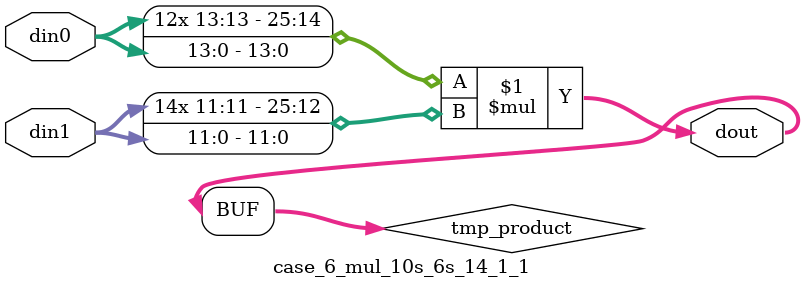
<source format=v>

`timescale 1 ns / 1 ps

 module case_6_mul_10s_6s_14_1_1(din0, din1, dout);
parameter ID = 1;
parameter NUM_STAGE = 0;
parameter din0_WIDTH = 14;
parameter din1_WIDTH = 12;
parameter dout_WIDTH = 26;

input [din0_WIDTH - 1 : 0] din0; 
input [din1_WIDTH - 1 : 0] din1; 
output [dout_WIDTH - 1 : 0] dout;

wire signed [dout_WIDTH - 1 : 0] tmp_product;



























assign tmp_product = $signed(din0) * $signed(din1);








assign dout = tmp_product;





















endmodule

</source>
